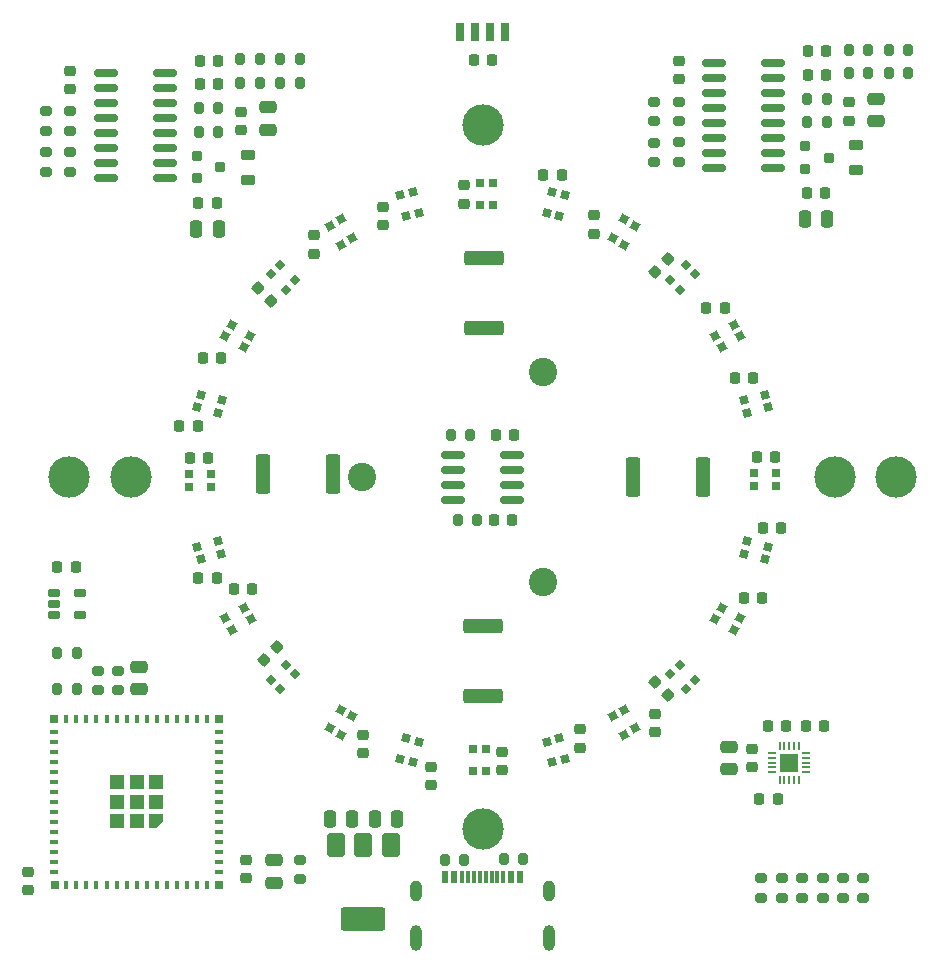
<source format=gbr>
%TF.GenerationSoftware,KiCad,Pcbnew,(6.0.8)*%
%TF.CreationDate,2022-10-28T13:47:00+02:00*%
%TF.ProjectId,view_base,76696577-5f62-4617-9365-2e6b69636164,rev?*%
%TF.SameCoordinates,Original*%
%TF.FileFunction,Soldermask,Top*%
%TF.FilePolarity,Negative*%
%FSLAX46Y46*%
G04 Gerber Fmt 4.6, Leading zero omitted, Abs format (unit mm)*
G04 Created by KiCad (PCBNEW (6.0.8)) date 2022-10-28 13:47:00*
%MOMM*%
%LPD*%
G01*
G04 APERTURE LIST*
G04 Aperture macros list*
%AMRoundRect*
0 Rectangle with rounded corners*
0 $1 Rounding radius*
0 $2 $3 $4 $5 $6 $7 $8 $9 X,Y pos of 4 corners*
0 Add a 4 corners polygon primitive as box body*
4,1,4,$2,$3,$4,$5,$6,$7,$8,$9,$2,$3,0*
0 Add four circle primitives for the rounded corners*
1,1,$1+$1,$2,$3*
1,1,$1+$1,$4,$5*
1,1,$1+$1,$6,$7*
1,1,$1+$1,$8,$9*
0 Add four rect primitives between the rounded corners*
20,1,$1+$1,$2,$3,$4,$5,0*
20,1,$1+$1,$4,$5,$6,$7,0*
20,1,$1+$1,$6,$7,$8,$9,0*
20,1,$1+$1,$8,$9,$2,$3,0*%
%AMRotRect*
0 Rectangle, with rotation*
0 The origin of the aperture is its center*
0 $1 length*
0 $2 width*
0 $3 Rotation angle, in degrees counterclockwise*
0 Add horizontal line*
21,1,$1,$2,0,0,$3*%
%AMFreePoly0*
4,1,6,0.600000,-0.600000,-0.600000,-0.600000,-0.600000,0.000000,0.000000,0.600000,0.600000,0.600000,0.600000,-0.600000,0.600000,-0.600000,$1*%
G04 Aperture macros list end*
%ADD10RoundRect,0.150000X0.825000X0.150000X-0.825000X0.150000X-0.825000X-0.150000X0.825000X-0.150000X0*%
%ADD11RoundRect,0.225000X-0.225000X-0.250000X0.225000X-0.250000X0.225000X0.250000X-0.225000X0.250000X0*%
%ADD12RoundRect,0.200000X-0.200000X-0.275000X0.200000X-0.275000X0.200000X0.275000X-0.200000X0.275000X0*%
%ADD13RoundRect,0.200000X0.200000X0.275000X-0.200000X0.275000X-0.200000X-0.275000X0.200000X-0.275000X0*%
%ADD14R,0.800000X0.400000*%
%ADD15R,0.400000X0.800000*%
%ADD16R,0.800000X0.800000*%
%ADD17R,1.200000X1.200000*%
%ADD18FreePoly0,180.000000*%
%ADD19RoundRect,0.225000X-0.250000X0.225000X-0.250000X-0.225000X0.250000X-0.225000X0.250000X0.225000X0*%
%ADD20RoundRect,0.250000X-0.475000X0.250000X-0.475000X-0.250000X0.475000X-0.250000X0.475000X0.250000X0*%
%ADD21RoundRect,0.162500X-0.367500X-0.162500X0.367500X-0.162500X0.367500X0.162500X-0.367500X0.162500X0*%
%ADD22R,0.700000X1.600000*%
%ADD23R,1.500000X1.500000*%
%ADD24RoundRect,0.050000X0.300000X-0.050000X0.300000X0.050000X-0.300000X0.050000X-0.300000X-0.050000X0*%
%ADD25RoundRect,0.050000X0.050000X-0.300000X0.050000X0.300000X-0.050000X0.300000X-0.050000X-0.300000X0*%
%ADD26RoundRect,0.250000X-0.500000X0.750000X-0.500000X-0.750000X0.500000X-0.750000X0.500000X0.750000X0*%
%ADD27RoundRect,0.250000X-1.650000X0.750000X-1.650000X-0.750000X1.650000X-0.750000X1.650000X0.750000X0*%
%ADD28RoundRect,0.200000X-0.275000X0.200000X-0.275000X-0.200000X0.275000X-0.200000X0.275000X0.200000X0*%
%ADD29RoundRect,0.200000X0.275000X-0.200000X0.275000X0.200000X-0.275000X0.200000X-0.275000X-0.200000X0*%
%ADD30RoundRect,0.250000X0.362500X1.425000X-0.362500X1.425000X-0.362500X-1.425000X0.362500X-1.425000X0*%
%ADD31RoundRect,0.250000X1.425000X-0.362500X1.425000X0.362500X-1.425000X0.362500X-1.425000X-0.362500X0*%
%ADD32RoundRect,0.250000X-0.362500X-1.425000X0.362500X-1.425000X0.362500X1.425000X-0.362500X1.425000X0*%
%ADD33RoundRect,0.250000X-1.425000X0.362500X-1.425000X-0.362500X1.425000X-0.362500X1.425000X0.362500X0*%
%ADD34RoundRect,0.200000X-0.250000X-0.200000X0.250000X-0.200000X0.250000X0.200000X-0.250000X0.200000X0*%
%ADD35RoundRect,0.218750X0.381250X-0.218750X0.381250X0.218750X-0.381250X0.218750X-0.381250X-0.218750X0*%
%ADD36RotRect,0.700000X0.700000X345.000000*%
%ADD37RotRect,0.700000X0.700000X330.000000*%
%ADD38RotRect,0.700000X0.700000X315.000000*%
%ADD39RotRect,0.700000X0.700000X300.000000*%
%ADD40RotRect,0.700000X0.700000X285.000000*%
%ADD41R,0.700000X0.700000*%
%ADD42RotRect,0.700000X0.700000X255.000000*%
%ADD43RotRect,0.700000X0.700000X240.000000*%
%ADD44RotRect,0.700000X0.700000X225.000000*%
%ADD45RotRect,0.700000X0.700000X210.000000*%
%ADD46RotRect,0.700000X0.700000X195.000000*%
%ADD47RotRect,0.700000X0.700000X165.000000*%
%ADD48RotRect,0.700000X0.700000X150.000000*%
%ADD49RotRect,0.700000X0.700000X135.000000*%
%ADD50RotRect,0.700000X0.700000X120.000000*%
%ADD51RotRect,0.700000X0.700000X105.000000*%
%ADD52RotRect,0.700000X0.700000X75.000000*%
%ADD53RotRect,0.700000X0.700000X60.000000*%
%ADD54RotRect,0.700000X0.700000X45.000000*%
%ADD55RotRect,0.700000X0.700000X30.000000*%
%ADD56RotRect,0.700000X0.700000X15.000000*%
%ADD57RoundRect,0.225000X-0.335876X-0.017678X-0.017678X-0.335876X0.335876X0.017678X0.017678X0.335876X0*%
%ADD58RoundRect,0.225000X-0.017678X0.335876X-0.335876X0.017678X0.017678X-0.335876X0.335876X-0.017678X0*%
%ADD59RoundRect,0.225000X0.225000X0.250000X-0.225000X0.250000X-0.225000X-0.250000X0.225000X-0.250000X0*%
%ADD60RoundRect,0.225000X0.335876X0.017678X0.017678X0.335876X-0.335876X-0.017678X-0.017678X-0.335876X0*%
%ADD61RoundRect,0.225000X0.250000X-0.225000X0.250000X0.225000X-0.250000X0.225000X-0.250000X-0.225000X0*%
%ADD62RoundRect,0.225000X0.017678X-0.335876X0.335876X-0.017678X-0.017678X0.335876X-0.335876X0.017678X0*%
%ADD63RoundRect,0.250000X0.475000X-0.250000X0.475000X0.250000X-0.475000X0.250000X-0.475000X-0.250000X0*%
%ADD64RoundRect,0.250000X-0.250000X-0.475000X0.250000X-0.475000X0.250000X0.475000X-0.250000X0.475000X0*%
%ADD65RoundRect,0.250000X0.250000X0.475000X-0.250000X0.475000X-0.250000X-0.475000X0.250000X-0.475000X0*%
%ADD66C,2.400000*%
%ADD67C,3.500000*%
%ADD68R,0.600000X1.090000*%
%ADD69R,0.300000X1.090000*%
%ADD70O,1.000000X2.200000*%
%ADD71O,1.000000X1.800000*%
G04 APERTURE END LIST*
D10*
%TO.C,U4*%
X124575000Y-73845000D03*
X124575000Y-72575000D03*
X124575000Y-71305000D03*
X124575000Y-70035000D03*
X124575000Y-68765000D03*
X124575000Y-67495000D03*
X124575000Y-66225000D03*
X124575000Y-64955000D03*
X119625000Y-64955000D03*
X119625000Y-66225000D03*
X119625000Y-67495000D03*
X119625000Y-68765000D03*
X119625000Y-70035000D03*
X119625000Y-71305000D03*
X119625000Y-72575000D03*
X119625000Y-73845000D03*
%TD*%
D11*
%TO.C,C53*%
X102675000Y-96400000D03*
X101125000Y-96400000D03*
%TD*%
D12*
%TO.C,R44*%
X98925000Y-96400000D03*
X97275000Y-96400000D03*
%TD*%
D13*
%TO.C,R42*%
X97875000Y-103600000D03*
X99525000Y-103600000D03*
%TD*%
D14*
%TO.C,U2*%
X77700000Y-133450000D03*
X77700000Y-132600000D03*
X77700000Y-131750000D03*
X77700000Y-130900000D03*
X77700000Y-130050000D03*
X77700000Y-129200000D03*
X77700000Y-128350000D03*
X77700000Y-127500000D03*
X77700000Y-126650000D03*
X77700000Y-125800000D03*
X77700000Y-124950000D03*
X77700000Y-124100000D03*
X77700000Y-123250000D03*
X77700000Y-122400000D03*
X77700000Y-121550000D03*
D15*
X76650000Y-120500000D03*
X75800000Y-120500000D03*
X74950000Y-120500000D03*
X74100000Y-120500000D03*
X73250000Y-120500000D03*
X72400000Y-120500000D03*
X71550000Y-120500000D03*
X70700000Y-120500000D03*
X69850000Y-120500000D03*
X69000000Y-120500000D03*
X68150000Y-120500000D03*
X67300000Y-120500000D03*
X66450000Y-120500000D03*
X65600000Y-120500000D03*
X64750000Y-120500000D03*
D14*
X63700000Y-121550000D03*
X63700000Y-122400000D03*
X63700000Y-123250000D03*
X63700000Y-124100000D03*
X63700000Y-124950000D03*
X63700000Y-125800000D03*
X63700000Y-126650000D03*
X63700000Y-127500000D03*
X63700000Y-128350000D03*
X63700000Y-129200000D03*
X63700000Y-130050000D03*
X63700000Y-130900000D03*
X63700000Y-131750000D03*
X63700000Y-132600000D03*
X63700000Y-133450000D03*
D15*
X64750000Y-134500000D03*
X65600000Y-134500000D03*
X66450000Y-134500000D03*
X67300000Y-134500000D03*
X68150000Y-134500000D03*
X69000000Y-134500000D03*
X69850000Y-134500000D03*
X70700000Y-134500000D03*
X71550000Y-134500000D03*
X72400000Y-134500000D03*
X73250000Y-134500000D03*
X74100000Y-134500000D03*
X74950000Y-134500000D03*
X75800000Y-134500000D03*
X76650000Y-134500000D03*
D16*
X77700000Y-134500000D03*
X63750000Y-134500000D03*
X77700000Y-120500000D03*
X63700000Y-120500000D03*
D17*
X70700000Y-127500000D03*
X69050000Y-127500000D03*
X70700000Y-129150000D03*
X72350000Y-127500000D03*
X70700000Y-125850000D03*
D18*
X72350000Y-129150000D03*
D17*
X69050000Y-129150000D03*
X69050000Y-125850000D03*
X72350000Y-125850000D03*
%TD*%
D19*
%TO.C,C6*%
X80000000Y-133975000D03*
X80000000Y-132425000D03*
%TD*%
D20*
%TO.C,C5*%
X82300000Y-134350000D03*
X82300000Y-132450000D03*
%TD*%
D21*
%TO.C,U8*%
X65875000Y-109775000D03*
X65875000Y-111675000D03*
X63675000Y-111675000D03*
X63675000Y-110725000D03*
X63675000Y-109775000D03*
%TD*%
D10*
%TO.C,U7*%
X97525000Y-101905000D03*
X97525000Y-100635000D03*
X97525000Y-99365000D03*
X97525000Y-98095000D03*
X102475000Y-98095000D03*
X102475000Y-99365000D03*
X102475000Y-100635000D03*
X102475000Y-101905000D03*
%TD*%
D22*
%TO.C,U6*%
X101905000Y-62337500D03*
X100635000Y-62337500D03*
X99365000Y-62337500D03*
X98095000Y-62337500D03*
%TD*%
D23*
%TO.C,U5*%
X125950000Y-124175000D03*
D24*
X124500000Y-124975000D03*
X124500000Y-124575000D03*
X124500000Y-124175000D03*
X124500000Y-123775000D03*
X124500000Y-123375000D03*
D25*
X125150000Y-122725000D03*
X125550000Y-122725000D03*
X125950000Y-122725000D03*
X126350000Y-122725000D03*
X126750000Y-122725000D03*
D24*
X127400000Y-123375000D03*
X127400000Y-123775000D03*
X127400000Y-124175000D03*
X127400000Y-124575000D03*
X127400000Y-124975000D03*
D25*
X126750000Y-125625000D03*
X126350000Y-125625000D03*
X125950000Y-125625000D03*
X125550000Y-125625000D03*
X125150000Y-125625000D03*
%TD*%
D10*
%TO.C,U3*%
X73075000Y-74645000D03*
X73075000Y-73375000D03*
X73075000Y-72105000D03*
X73075000Y-70835000D03*
X73075000Y-69565000D03*
X73075000Y-68295000D03*
X73075000Y-67025000D03*
X73075000Y-65755000D03*
X68125000Y-65755000D03*
X68125000Y-67025000D03*
X68125000Y-68295000D03*
X68125000Y-69565000D03*
X68125000Y-70835000D03*
X68125000Y-72105000D03*
X68125000Y-73375000D03*
X68125000Y-74645000D03*
%TD*%
D26*
%TO.C,U1*%
X87600000Y-131150000D03*
X89900000Y-131150000D03*
D27*
X89900000Y-137450000D03*
D26*
X92200000Y-131150000D03*
%TD*%
D28*
%TO.C,R41*%
X114500001Y-73324999D03*
X114500001Y-71674999D03*
%TD*%
D12*
%TO.C,R40*%
X134375001Y-65799997D03*
X136025001Y-65799997D03*
%TD*%
D28*
%TO.C,R39*%
X63000000Y-74125000D03*
X63000000Y-72475000D03*
%TD*%
D12*
%TO.C,R38*%
X84525000Y-66600000D03*
X82875000Y-66600000D03*
%TD*%
D28*
%TO.C,R37*%
X116600000Y-73300000D03*
X116600000Y-71650000D03*
%TD*%
D13*
%TO.C,R35*%
X134374997Y-63799998D03*
X136024997Y-63799998D03*
%TD*%
D29*
%TO.C,R33*%
X65100000Y-72475000D03*
X65100000Y-74125000D03*
%TD*%
D13*
%TO.C,R31*%
X82875000Y-64600000D03*
X84525000Y-64600000D03*
%TD*%
D30*
%TO.C,R29*%
X118662500Y-100000000D03*
X112737500Y-100000000D03*
%TD*%
D31*
%TO.C,R28*%
X100000000Y-112637500D03*
X100000000Y-118562500D03*
%TD*%
D32*
%TO.C,R27*%
X87362500Y-99700000D03*
X81437500Y-99700000D03*
%TD*%
D33*
%TO.C,R26*%
X100100000Y-87362500D03*
X100100000Y-81437500D03*
%TD*%
D28*
%TO.C,R25*%
X114500001Y-69874995D03*
X114500001Y-68224995D03*
%TD*%
D13*
%TO.C,R24*%
X130974999Y-63799998D03*
X132624999Y-63799998D03*
%TD*%
D28*
%TO.C,R23*%
X63000001Y-69024997D03*
X63000001Y-70674997D03*
%TD*%
D13*
%TO.C,R22*%
X79475000Y-64600000D03*
X81125000Y-64600000D03*
%TD*%
D29*
%TO.C,R21*%
X116600000Y-69874999D03*
X116600000Y-68224999D03*
%TD*%
D12*
%TO.C,R20*%
X132624999Y-65799997D03*
X130974999Y-65799997D03*
%TD*%
D29*
%TO.C,R19*%
X65100001Y-69024998D03*
X65100001Y-70674998D03*
%TD*%
D12*
%TO.C,R18*%
X81125000Y-66600000D03*
X79475000Y-66600000D03*
%TD*%
D13*
%TO.C,R17*%
X127474998Y-67950000D03*
X129124998Y-67950000D03*
%TD*%
%TO.C,R16*%
X77625000Y-68750000D03*
X75975000Y-68750000D03*
%TD*%
%TO.C,R15*%
X127475005Y-69949994D03*
X129125005Y-69949994D03*
%TD*%
%TO.C,R14*%
X75975005Y-70749996D03*
X77625005Y-70749996D03*
%TD*%
D12*
%TO.C,R13*%
X65625000Y-114900000D03*
X63975000Y-114900000D03*
%TD*%
D28*
%TO.C,R12*%
X132225000Y-133975000D03*
X132225000Y-135625000D03*
%TD*%
%TO.C,R11*%
X130500000Y-133975000D03*
X130500000Y-135625000D03*
%TD*%
D12*
%TO.C,R10*%
X101775000Y-132300000D03*
X103425000Y-132300000D03*
%TD*%
D28*
%TO.C,R9*%
X128775000Y-135625000D03*
X128775000Y-133975000D03*
%TD*%
D12*
%TO.C,R8*%
X65625000Y-117900000D03*
X63975000Y-117900000D03*
%TD*%
D29*
%TO.C,R7*%
X69100000Y-116375000D03*
X69100000Y-118025000D03*
%TD*%
D28*
%TO.C,R6*%
X67400000Y-116375000D03*
X67400000Y-118025000D03*
%TD*%
D13*
%TO.C,R5*%
X96775000Y-132400000D03*
X98425000Y-132400000D03*
%TD*%
D28*
%TO.C,R4*%
X84500000Y-134025000D03*
X84500000Y-132375000D03*
%TD*%
%TO.C,R3*%
X127050000Y-133975000D03*
X127050000Y-135625000D03*
%TD*%
%TO.C,R2*%
X125325000Y-135625000D03*
X125325000Y-133975000D03*
%TD*%
%TO.C,R1*%
X123600000Y-135625000D03*
X123600000Y-133975000D03*
%TD*%
D34*
%TO.C,Q2*%
X129300002Y-72949997D03*
X127300002Y-73899997D03*
X127300002Y-71999997D03*
%TD*%
%TO.C,Q1*%
X77800001Y-73749997D03*
X75800001Y-74699997D03*
X75800001Y-72799997D03*
%TD*%
D35*
%TO.C,L2*%
X131599994Y-71887493D03*
X131599994Y-74012493D03*
%TD*%
%TO.C,L1*%
X80099998Y-72687494D03*
X80099998Y-74812494D03*
%TD*%
D36*
%TO.C,D24*%
X77616472Y-94568079D03*
X77901173Y-93505560D03*
X76133528Y-93031921D03*
X75848827Y-94094440D03*
%TD*%
D37*
%TO.C,D23*%
X78182587Y-88043814D03*
X78732587Y-87091186D03*
X80317413Y-88006186D03*
X79767413Y-88958814D03*
%TD*%
D38*
%TO.C,D22*%
X82039089Y-82816906D03*
X82816906Y-82039089D03*
X84110911Y-83333094D03*
X83333094Y-84110911D03*
%TD*%
D39*
%TO.C,D21*%
X87091186Y-78732587D03*
X88043814Y-78182587D03*
X88958814Y-79767413D03*
X88006186Y-80317413D03*
%TD*%
D40*
%TO.C,D20*%
X93031921Y-76133528D03*
X94094440Y-75848827D03*
X94568079Y-77616472D03*
X93505560Y-77901173D03*
%TD*%
D41*
%TO.C,D19*%
X99750000Y-75135000D03*
X100850000Y-75135000D03*
X100850000Y-76965000D03*
X99750000Y-76965000D03*
%TD*%
D42*
%TO.C,D18*%
X105905560Y-75848827D03*
X106968079Y-76133528D03*
X106494440Y-77901173D03*
X105431921Y-77616472D03*
%TD*%
D43*
%TO.C,D17*%
X111041186Y-79767413D03*
X111993814Y-80317413D03*
X112908814Y-78732587D03*
X111956186Y-78182587D03*
%TD*%
D44*
%TO.C,D16*%
X115889089Y-83333094D03*
X116666906Y-84110911D03*
X117960911Y-82816906D03*
X117183094Y-82039089D03*
%TD*%
D45*
%TO.C,D15*%
X121267413Y-87091186D03*
X121817413Y-88043814D03*
X120232587Y-88958814D03*
X119682587Y-88006186D03*
%TD*%
D46*
%TO.C,D14*%
X123866472Y-93031921D03*
X124151173Y-94094440D03*
X122383528Y-94568079D03*
X122098827Y-93505560D03*
%TD*%
D41*
%TO.C,D13*%
X124840000Y-99650000D03*
X124840000Y-100750000D03*
X123010000Y-100750000D03*
X123010000Y-99650000D03*
%TD*%
D47*
%TO.C,D12*%
X122383528Y-105431921D03*
X122098827Y-106494440D03*
X123866472Y-106968079D03*
X124151173Y-105905560D03*
%TD*%
D48*
%TO.C,D11*%
X121817413Y-111956186D03*
X121267413Y-112908814D03*
X119682587Y-111993814D03*
X120232587Y-111041186D03*
%TD*%
D49*
%TO.C,D10*%
X116666906Y-115889089D03*
X115889089Y-116666906D03*
X117183094Y-117960911D03*
X117960911Y-117183094D03*
%TD*%
D50*
%TO.C,D9*%
X111993814Y-119682587D03*
X111041186Y-120232587D03*
X111956186Y-121817413D03*
X112908814Y-121267413D03*
%TD*%
D51*
%TO.C,D8*%
X106968079Y-123866472D03*
X105905560Y-124151173D03*
X105431921Y-122383528D03*
X106494440Y-122098827D03*
%TD*%
D41*
%TO.C,D7*%
X100250000Y-124865000D03*
X99150000Y-124865000D03*
X99150000Y-123035000D03*
X100250000Y-123035000D03*
%TD*%
D52*
%TO.C,D6*%
X94094440Y-124151173D03*
X93031921Y-123866472D03*
X93505560Y-122098827D03*
X94568079Y-122383528D03*
%TD*%
D53*
%TO.C,D5*%
X88043814Y-121817413D03*
X87091186Y-121267413D03*
X88006186Y-119682587D03*
X88958814Y-120232587D03*
%TD*%
D54*
%TO.C,D4*%
X82816906Y-117960911D03*
X82039089Y-117183094D03*
X83333094Y-115889089D03*
X84110911Y-116666906D03*
%TD*%
D55*
%TO.C,D3*%
X80342413Y-111993814D03*
X79792413Y-111041186D03*
X78207587Y-111956186D03*
X78757587Y-112908814D03*
%TD*%
D56*
%TO.C,D2*%
X77876173Y-106494440D03*
X77591472Y-105431921D03*
X75823827Y-105905560D03*
X76108528Y-106968079D03*
%TD*%
D41*
%TO.C,D1*%
X75135000Y-100850000D03*
X75135000Y-99750000D03*
X76965000Y-99750000D03*
X76965000Y-100850000D03*
%TD*%
D11*
%TO.C,C52*%
X75875000Y-95700000D03*
X74325000Y-95700000D03*
%TD*%
%TO.C,C51*%
X77875000Y-89900000D03*
X76325000Y-89900000D03*
%TD*%
D57*
%TO.C,C50*%
X82098008Y-85048008D03*
X81001992Y-83951992D03*
%TD*%
D19*
%TO.C,C49*%
X85700000Y-79525000D03*
X85700000Y-81075000D03*
%TD*%
%TO.C,C48*%
X91600000Y-78675000D03*
X91600000Y-77125000D03*
%TD*%
%TO.C,C47*%
X98400000Y-76850000D03*
X98400000Y-75300000D03*
%TD*%
D11*
%TO.C,C46*%
X106675000Y-74400000D03*
X105125000Y-74400000D03*
%TD*%
D19*
%TO.C,C45*%
X109400000Y-79375000D03*
X109400000Y-77825000D03*
%TD*%
D58*
%TO.C,C44*%
X114601992Y-82648008D03*
X115698008Y-81551992D03*
%TD*%
D59*
%TO.C,C43*%
X118925000Y-85700000D03*
X120475000Y-85700000D03*
%TD*%
%TO.C,C42*%
X121325000Y-91600000D03*
X122875000Y-91600000D03*
%TD*%
%TO.C,C41*%
X123225000Y-98300000D03*
X124775000Y-98300000D03*
%TD*%
%TO.C,C40*%
X123725000Y-104300000D03*
X125275000Y-104300000D03*
%TD*%
%TO.C,C39*%
X122125000Y-110200000D03*
X123675000Y-110200000D03*
%TD*%
D60*
%TO.C,C38*%
X114551992Y-117351992D03*
X115648008Y-118448008D03*
%TD*%
D61*
%TO.C,C37*%
X114600000Y-120025000D03*
X114600000Y-121575000D03*
%TD*%
%TO.C,C36*%
X108200000Y-122900000D03*
X108200000Y-121350000D03*
%TD*%
%TO.C,C35*%
X101600000Y-123250000D03*
X101600000Y-124800000D03*
%TD*%
%TO.C,C34*%
X95600000Y-126075000D03*
X95600000Y-124525000D03*
%TD*%
%TO.C,C33*%
X89900000Y-121825000D03*
X89900000Y-123375000D03*
%TD*%
D62*
%TO.C,C32*%
X82548008Y-114351992D03*
X81451992Y-115448008D03*
%TD*%
D11*
%TO.C,C31*%
X80475000Y-109500000D03*
X78925000Y-109500000D03*
%TD*%
%TO.C,C30*%
X75925000Y-108500000D03*
X77475000Y-108500000D03*
%TD*%
%TO.C,C29*%
X76775000Y-98400000D03*
X75225000Y-98400000D03*
%TD*%
%TO.C,C28*%
X102475000Y-103600000D03*
X100925000Y-103600000D03*
%TD*%
D59*
%TO.C,C27*%
X65525000Y-107625000D03*
X63975000Y-107625000D03*
%TD*%
%TO.C,C26*%
X125700000Y-121075000D03*
X124150000Y-121075000D03*
%TD*%
D61*
%TO.C,C25*%
X116600004Y-64774999D03*
X116600004Y-66324999D03*
%TD*%
D11*
%TO.C,C24*%
X129074996Y-63949996D03*
X127524996Y-63949996D03*
%TD*%
D61*
%TO.C,C23*%
X65100003Y-67125001D03*
X65100003Y-65575001D03*
%TD*%
D11*
%TO.C,C22*%
X77574997Y-64749995D03*
X76024997Y-64749995D03*
%TD*%
%TO.C,C21*%
X128925000Y-121075000D03*
X127375000Y-121075000D03*
%TD*%
D59*
%TO.C,C20*%
X127524998Y-65949991D03*
X129074998Y-65949991D03*
%TD*%
%TO.C,C19*%
X76024999Y-66749991D03*
X77574999Y-66749991D03*
%TD*%
D61*
%TO.C,C18*%
X131000001Y-68275002D03*
X131000001Y-69825002D03*
%TD*%
D63*
%TO.C,C17*%
X133300000Y-67950000D03*
X133300000Y-69850000D03*
%TD*%
D61*
%TO.C,C16*%
X79500002Y-69075003D03*
X79500002Y-70625003D03*
%TD*%
D63*
%TO.C,C15*%
X81800003Y-68699999D03*
X81800003Y-70599999D03*
%TD*%
D11*
%TO.C,C14*%
X100775000Y-64700000D03*
X99225000Y-64700000D03*
%TD*%
%TO.C,C13*%
X128974995Y-75949994D03*
X127424995Y-75949994D03*
%TD*%
D64*
%TO.C,C12*%
X129149999Y-78149993D03*
X127249999Y-78149993D03*
%TD*%
D11*
%TO.C,C11*%
X77474998Y-76749997D03*
X75924998Y-76749997D03*
%TD*%
D64*
%TO.C,C10*%
X77649999Y-78949995D03*
X75749999Y-78949995D03*
%TD*%
D11*
%TO.C,C9*%
X124975000Y-127275000D03*
X123425000Y-127275000D03*
%TD*%
D61*
%TO.C,C8*%
X122825000Y-124550000D03*
X122825000Y-123000000D03*
%TD*%
D63*
%TO.C,C7*%
X120825000Y-122825000D03*
X120825000Y-124725000D03*
%TD*%
D19*
%TO.C,C4*%
X61500000Y-134950001D03*
X61500000Y-133400001D03*
%TD*%
D63*
%TO.C,C3*%
X70900000Y-116050000D03*
X70900000Y-117950000D03*
%TD*%
D64*
%TO.C,C2*%
X88950000Y-128900000D03*
X87050000Y-128900000D03*
%TD*%
D65*
%TO.C,C1*%
X92750000Y-128900000D03*
X90850000Y-128900000D03*
%TD*%
D66*
%TO.C,H3*%
X105125427Y-91122500D03*
%TD*%
%TO.C,H1*%
X105125427Y-108877499D03*
%TD*%
%TO.C,H2*%
X89749146Y-100000000D03*
%TD*%
D67*
%TO.C,H4*%
X100000000Y-129800000D03*
%TD*%
%TO.C,H5*%
X70200000Y-100000000D03*
%TD*%
%TO.C,H6*%
X100000000Y-70200000D03*
%TD*%
%TO.C,H7*%
X129800000Y-100000000D03*
%TD*%
D68*
%TO.C,J2*%
X96800000Y-133850000D03*
X97600000Y-133850000D03*
D69*
X98750000Y-133850000D03*
X99750000Y-133850000D03*
X100250000Y-133850000D03*
X101250000Y-133850000D03*
D68*
X102400000Y-133850000D03*
X103200000Y-133850000D03*
X103200000Y-133850000D03*
X102400000Y-133850000D03*
D69*
X101750000Y-133850000D03*
X100750000Y-133850000D03*
X99250000Y-133850000D03*
X98250000Y-133850000D03*
D68*
X97600000Y-133850000D03*
X96800000Y-133850000D03*
D70*
X94380000Y-139000000D03*
X105620000Y-139000000D03*
D71*
X105620000Y-135000000D03*
X94380000Y-135000000D03*
%TD*%
D67*
%TO.C,H8*%
X135000000Y-100000000D03*
%TD*%
%TO.C,H9*%
X65000000Y-100000000D03*
%TD*%
M02*

</source>
